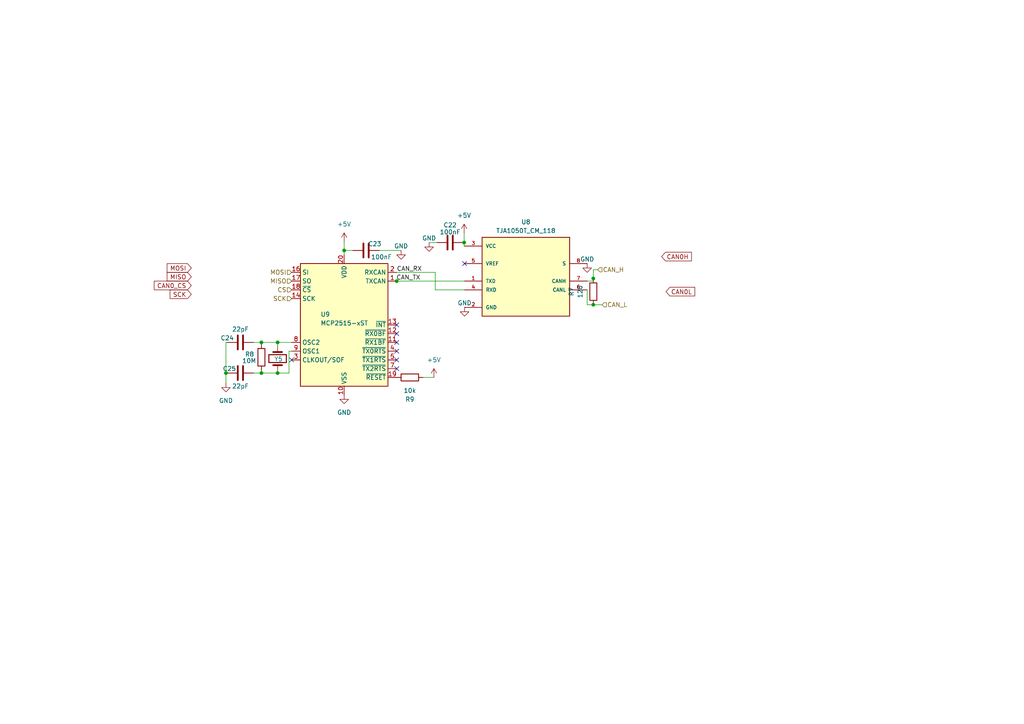
<source format=kicad_sch>
(kicad_sch (version 20230121) (generator eeschema)
  (paper "A4")
  (lib_symbols
    (symbol "Device:C" (pin_numbers hide) (pin_names (offset 0.254))
      (property "Reference" "C" (at 0.635 2.54 0))
      (property "Value" "C" (at 0.635 -2.54 0))
      (symbol "C_0_1"
        (polyline (pts (xy -2.032 -0.762) (xy 2.032 -0.762)) (stroke (width 0.508)))
        (polyline (pts (xy -2.032 0.762) (xy 2.032 0.762)) (stroke (width 0.508)))
      )
      (symbol "C_1_1"
        (pin passive line (at 0 3.81 270) (length 2.794) (name "~") (number "1"))
        (pin passive line (at 0 -3.81 90) (length 2.794) (name "~") (number "2"))
      )
    )
    (symbol "Device:Crystal" (pin_numbers hide) (pin_names (offset 1.016) hide)
      (property "Reference" "Y" (at 0 3.81 0))
      (property "Value" "Crystal" (at 0 -3.81 0))
      (symbol "Crystal_0_1"
        (rectangle (start -1.143 2.54) (end 1.143 -2.54) (stroke (width 0.3048)))
        (polyline (pts (xy -2.54 0) (xy -1.905 0)))
        (polyline (pts (xy -1.905 -1.27) (xy -1.905 1.27)) (stroke (width 0.508)))
        (polyline (pts (xy 1.905 -1.27) (xy 1.905 1.27)) (stroke (width 0.508)))
        (polyline (pts (xy 2.54 0) (xy 1.905 0)))
      )
      (symbol "Crystal_1_1"
        (pin passive line (at -3.81 0 0) (length 1.27) (name "1") (number "1"))
        (pin passive line (at 3.81 0 180) (length 1.27) (name "2") (number "2"))
      )
    )
    (symbol "Device:R" (pin_numbers hide) (pin_names (offset 0))
      (property "Reference" "R" (at 2.032 0 90))
      (property "Value" "R" (at 0 0 90))
      (symbol "R_0_1"
        (rectangle (start -1.016 -2.54) (end 1.016 2.54) (stroke (width 0.254)))
      )
      (symbol "R_1_1"
        (pin passive line (at 0 3.81 270) (length 1.27) (name "~") (number "1"))
        (pin passive line (at 0 -3.81 90) (length 1.27) (name "~") (number "2"))
      )
    )
    (symbol "Interface_CAN_LIN:MCP2515-xST"
      (property "Reference" "U" (at -10.16 19.685 0))
      (property "Value" "MCP2515-xST" (at 19.05 20.32 0))
      (symbol "MCP2515-xST_0_1"
        (rectangle (start -12.7 17.78) (end 12.7 -17.78) (stroke (width 0.254)) (fill (type background)))
      )
      (symbol "MCP2515-xST_1_1"
        (pin output line (at 15.24 12.7 180) (length 2.54) (name "TXCAN") (number "1"))
        (pin power_in line (at 0 -20.32 90) (length 2.54) (name "VSS") (number "10"))
        (pin output line (at 15.24 -5.08 180) (length 2.54) (name "~{RX1BF}") (number "11"))
        (pin output line (at 15.24 -2.54 180) (length 2.54) (name "~{RX0BF}") (number "12"))
        (pin output line (at 15.24 0 180) (length 2.54) (name "~{INT}") (number "13"))
        (pin input line (at -15.24 7.62 0) (length 2.54) (name "SCK") (number "14"))
        (pin no_connect line (at -12.7 -2.54 0) (length 2.54) hide (name "NC") (number "15"))
        (pin input line (at -15.24 15.24 0) (length 2.54) (name "SI") (number "16"))
        (pin output line (at -15.24 12.7 0) (length 2.54) (name "SO") (number "17"))
        (pin input line (at -15.24 10.16 0) (length 2.54) (name "~{CS}") (number "18"))
        (pin input line (at 15.24 -15.24 180) (length 2.54) (name "~{RESET}") (number "19"))
        (pin input line (at 15.24 15.24 180) (length 2.54) (name "RXCAN") (number "2"))
        (pin power_in line (at 0 20.32 270) (length 2.54) (name "VDD") (number "20"))
        (pin output line (at -15.24 -10.16 0) (length 2.54) (name "CLKOUT/SOF") (number "3"))
        (pin input line (at 15.24 -7.62 180) (length 2.54) (name "~{TX0RTS}") (number "4"))
        (pin input line (at 15.24 -10.16 180) (length 2.54) (name "~{TX1RTS}") (number "5"))
        (pin no_connect line (at -12.7 0 0) (length 2.54) hide (name "NC") (number "6"))
        (pin input line (at 15.24 -12.7 180) (length 2.54) (name "~{TX2RTS}") (number "7"))
        (pin output line (at -15.24 -5.08 0) (length 2.54) (name "OSC2") (number "8"))
        (pin input line (at -15.24 -7.62 0) (length 2.54) (name "OSC1") (number "9"))
      )
    )
    (symbol "TJA1050T_CM_118:TJA1050T_CM_118" (pin_names (offset 1.016))
      (property "Reference" "U" (at -12.7 11.049 0))
      (property "Value" "TJA1050T_CM_118" (at -12.7 -15.24 0))
      (symbol "TJA1050T_CM_118_0_0"
        (rectangle (start -12.7 -12.7) (end 12.7 10.16) (stroke (width 0.254)) (fill (type background)))
        (pin input line (at 17.78 -2.54 180) (length 5.08) (name "TXD") (number "1"))
        (pin power_in line (at 17.78 -10.16 180) (length 5.08) (name "GND") (number "2"))
        (pin power_in line (at 17.78 7.62 180) (length 5.08) (name "VCC") (number "3"))
        (pin output line (at 17.78 -5.08 180) (length 5.08) (name "RXD") (number "4"))
        (pin output line (at 17.78 2.54 180) (length 5.08) (name "VREF") (number "5"))
        (pin bidirectional line (at -17.78 -5.08 0) (length 5.08) (name "CANL") (number "6"))
        (pin bidirectional line (at -17.78 -2.54 0) (length 5.08) (name "CANH") (number "7"))
        (pin input line (at -17.78 2.54 0) (length 5.08) (name "S") (number "8"))
      )
    )
    (symbol "power:+5V" (power) (pin_names (offset 0))
      (property "Value" "+5V" (at 0 3.556 0))
      (symbol "+5V_0_1"
        (polyline (pts (xy -0.762 1.27) (xy 0 2.54)))
        (polyline (pts (xy 0 0) (xy 0 2.54)))
        (polyline (pts (xy 0 2.54) (xy 0.762 1.27)))
      )
      (symbol "+5V_1_1"
        (pin power_in line (at 0 0 90) (length 0) hide (name "+5V") (number "1"))
      )
    )
    (symbol "power:GND" (power) (pin_names (offset 0))
      (property "Value" "GND" (at 0 -3.81 0))
      (symbol "GND_0_1"
        (polyline (pts (xy 0 0) (xy 0 -1.27) (xy 1.27 -1.27) (xy 0 -2.54) (xy -1.27 -1.27) (xy 0 -1.27)))
      )
      (symbol "GND_1_1"
        (pin power_in line (at 0 0 270) (length 0) hide (name "GND") (number "1"))
      )
    )
  )
  (junction (at 65.532 108.204))
  (junction (at 115.062 81.534))
  (junction (at 80.518 108.204))
  (junction (at 75.819 99.314))
  (junction (at 172.085 80.772))
  (junction (at 80.518 99.314))
  (junction (at 172.085 88.392))
  (junction (at 134.62 70.358))
  (junction (at 75.819 108.204))
  (junction (at 99.822 72.644))
  (no_connect (at 115.062 96.774))
  (no_connect (at 115.062 104.394))
  (no_connect (at 115.062 106.934))
  (no_connect (at 115.062 99.314))
  (no_connect (at 84.582 104.394))
  (no_connect (at 134.747 76.454))
  (no_connect (at 115.062 94.234))
  (no_connect (at 115.062 101.854))
  (wire (pts (xy 126.238 84.074) (xy 134.747 84.074)))
  (wire (pts (xy 83.82 101.854) (xy 84.582 101.854)))
  (wire (pts (xy 73.533 108.204) (xy 75.819 108.204)))
  (wire (pts (xy 172.085 81.534) (xy 172.085 80.772)))
  (wire (pts (xy 80.518 108.204) (xy 83.82 108.204)))
  (wire (pts (xy 174.625 88.392) (xy 172.085 88.392)))
  (wire (pts (xy 170.307 88.392) (xy 170.307 84.074)))
  (wire (pts (xy 134.62 71.374) (xy 134.747 71.374)))
  (wire (pts (xy 65.532 99.314) (xy 65.913 99.314)))
  (wire (pts (xy 73.533 99.314) (xy 75.819 99.314)))
  (wire (pts (xy 65.532 108.204) (xy 65.532 111.125)))
  (wire (pts (xy 99.822 70.104) (xy 99.822 72.644)))
  (wire (pts (xy 75.819 107.442) (xy 75.819 108.204)))
  (wire (pts (xy 80.518 107.823) (xy 80.518 108.204)))
  (wire (pts (xy 126.746 70.358) (xy 124.46 70.358)))
  (wire (pts (xy 80.518 99.314) (xy 84.582 99.314)))
  (wire (pts (xy 134.62 70.358) (xy 134.62 71.374)))
  (wire (pts (xy 65.532 99.314) (xy 65.532 108.204)))
  (wire (pts (xy 102.362 72.644) (xy 99.822 72.644)))
  (wire (pts (xy 126.238 84.074) (xy 126.238 78.994)))
  (wire (pts (xy 134.366 70.358) (xy 134.62 70.358)))
  (wire (pts (xy 75.819 99.314) (xy 75.819 99.822)))
  (wire (pts (xy 173.355 78.232) (xy 172.085 78.232)))
  (wire (pts (xy 172.085 88.392) (xy 170.307 88.392)))
  (wire (pts (xy 109.982 72.644) (xy 116.332 72.644)))
  (wire (pts (xy 115.062 81.534) (xy 134.747 81.534)))
  (wire (pts (xy 99.822 72.644) (xy 99.822 73.914)))
  (wire (pts (xy 75.819 99.314) (xy 80.518 99.314)))
  (wire (pts (xy 65.913 108.204) (xy 65.532 108.204)))
  (wire (pts (xy 122.682 109.474) (xy 125.857 109.474)))
  (wire (pts (xy 115.062 78.994) (xy 126.238 78.994)))
  (wire (pts (xy 80.518 99.314) (xy 80.518 100.203)))
  (wire (pts (xy 114.935 81.534) (xy 115.062 81.534)))
  (wire (pts (xy 75.819 108.204) (xy 80.518 108.204)))
  (wire (pts (xy 134.62 67.564) (xy 134.62 70.358)))
  (wire (pts (xy 83.82 108.204) (xy 83.82 101.854)))
  (wire (pts (xy 172.085 78.232) (xy 172.085 80.772)))
  (wire (pts (xy 172.085 81.534) (xy 170.307 81.534)))
  (label "CAN_TX" (at 114.935 81.534 0))
  (label "CAN_RX" (at 115.062 78.994 0))
  (global_label "CAN0L" (shape input) (at 193.167 84.582 0) (property "Intersheetrefs" "${INTERSHEET_REFS}" (effects hide)))
  (global_label "SCK" (shape input) (at 55.499 85.344 180) (property "Intersheetrefs" "${INTERSHEET_REFS}" (effects hide)))
  (global_label "CAN0H" (shape input) (at 191.897 74.422 0) (property "Intersheetrefs" "${INTERSHEET_REFS}" (effects hide)))
  (global_label "MISO" (shape input) (at 55.499 80.264 180) (property "Intersheetrefs" "${INTERSHEET_REFS}" (effects hide)))
  (global_label "MOSI" (shape input) (at 55.499 77.724 180) (property "Intersheetrefs" "${INTERSHEET_REFS}" (effects hide)))
  (global_label "CAN0_CS" (shape input) (at 55.499 82.804 180) (property "Intersheetrefs" "${INTERSHEET_REFS}" (effects hide)))
  (hierarchical_label "CAN_H" (shape input) (at 173.355 78.232 0))
  (hierarchical_label "CAN_L" (shape input) (at 174.625 88.392 0))
  (hierarchical_label "MOSI" (shape input) (at 84.582 78.994 180))
  (hierarchical_label "MISO" (shape input) (at 84.582 81.534 180))
  (hierarchical_label "CS" (shape input) (at 84.582 84.074 180))
  (hierarchical_label "SCK" (shape input) (at 84.582 86.614 180))
  (symbol (lib_id "power:GND") (at 134.747 89.154 0) (mirror y) (unit 1)
    (property "Reference" "#PWR068" (effects hide))
    (property "Value" "GND" (at 134.747 87.884 0))
    (instances (project "328_3ch_can_devboard" (path "" (reference "#PWR068") (unit 1)) (path "" (reference "#PWR014") (unit 1)) (path "" (reference "#PWR041") (unit 1))))
  )
  (symbol (lib_id "power:+5V") (at 125.857 109.474 0) (unit 1)
    (property "Reference" "#PWR069" (effects hide))
    (property "Value" "+5V" (at 125.857 104.394 0))
    (instances (project "328_3ch_can_devboard" (path "" (reference "#PWR069") (unit 1)) (path "" (reference "#PWR015") (unit 1)) (path "" (reference "#PWR042") (unit 1))))
  )
  (symbol (lib_id "Interface_CAN_LIN:MCP2515-xST") (at 99.822 94.234 0) (unit 1)
    (property "Reference" "U9" (at 92.964 91.186 0) (effects (justify left)))
    (property "Value" "MCP2515-xST" (at 92.964 93.726 0) (effects (justify left)))
    (property "Footprint" "RMC_SO:TSSOP-20_4.4x6.5mm_P0.65mm" (effects hide))
    (property "Datasheet" "http://ww1.microchip.com/downloads/en/DeviceDoc/21801e.pdf" (effects hide))
    (instances (project "328_3ch_can_devboard" (path "" (reference "U9") (unit 1)) (path "" (reference "U3") (unit 1)) (path "" (reference "U5") (unit 1))))
  )
  (symbol (lib_id "Device:R") (at 172.085 84.582 0) (mirror y) (unit 1)
    (property "Reference" "R7" (at 165.735 84.582 90))
    (property "Value" "120" (at 168.275 84.582 90))
    (property "Footprint" "Better_Handsolder:R_0805_2012Metric_Pad1.20x1.40mm_HandSolder_L" (effects hide))
    (instances (project "328_3ch_can_devboard" (path "" (reference "R7") (unit 1)) (path "" (reference "R2") (unit 1)) (path "" (reference "R11") (unit 1))))
  )
  (symbol (lib_id "Device:C") (at 69.723 108.204 90) (mirror x) (unit 1)
    (property "Reference" "C25" (at 66.548 106.934 90))
    (property "Value" "22pF" (at 69.723 112.014 90))
    (property "Footprint" "Better_Handsolder:C_0805_2012Metric_Pad1.18x1.45mm_HandSolder_L" (effects hide))
    (instances (project "328_3ch_can_devboard" (path "" (reference "C25") (unit 1)) (path "" (reference "C6") (unit 1)) (path "" (reference "C17") (unit 1))))
  )
  (symbol (lib_id "power:GND") (at 116.332 72.644 0) (unit 1)
    (property "Reference" "#PWR066" (effects hide))
    (property "Value" "GND" (at 116.332 71.374 0))
    (instances (project "328_3ch_can_devboard" (path "" (reference "#PWR066") (unit 1)) (path "" (reference "#PWR011") (unit 1)) (path "" (reference "#PWR039") (unit 1))))
  )
  (symbol (lib_id "Device:C") (at 130.556 70.358 90) (mirror x) (unit 1)
    (property "Reference" "C22" (at 130.556 65.278 90))
    (property "Value" "100nF" (at 130.556 67.31 90))
    (property "Footprint" "Better_Handsolder:C_0805_2012Metric_Pad1.18x1.45mm_HandSolder_L" (effects hide))
    (instances (project "328_3ch_can_devboard" (path "" (reference "C22") (unit 1)) (path "" (reference "C2") (unit 1)) (path "" (reference "C14") (unit 1))))
  )
  (symbol (lib_id "Device:C") (at 106.172 72.644 270) (unit 1)
    (property "Reference" "C23" (at 108.712 70.739 90))
    (property "Value" "100nF" (at 110.617 74.549 90))
    (property "Footprint" "Better_Handsolder:C_0805_2012Metric_Pad1.18x1.45mm_HandSolder_L" (effects hide))
    (instances (project "328_3ch_can_devboard" (path "" (reference "C23") (unit 1)) (path "" (reference "C3") (unit 1)) (path "" (reference "C15") (unit 1))))
  )
  (symbol (lib_id "Device:Crystal") (at 80.518 104.013 90) (unit 1)
    (property "Reference" "Y5" (at 79.502 104.14 90) (effects (justify right)))
    (property "Value" "20MHz" (effects hide))
    (property "Footprint" "Better_Handsolder:Crystal_HC49-U_Vertical_W_SMD" (effects hide))
    (instances (project "328_3ch_can_devboard" (path "" (reference "Y5") (unit 1)) (path "" (reference "Y1") (unit 1)) (path "" (reference "Y3") (unit 1))))
  )
  (symbol (lib_id "power:+5V") (at 99.822 70.104 0) (unit 1)
    (property "Reference" "#PWR064" (effects hide))
    (property "Value" "+5V" (at 99.822 65.024 0))
    (instances (project "328_3ch_can_devboard" (path "" (reference "#PWR064") (unit 1)) (path "" (reference "#PWR07") (unit 1)) (path "" (reference "#PWR037") (unit 1))))
  )
  (symbol (lib_id "power:GND") (at 65.532 111.125 0) (unit 1)
    (property "Reference" "#PWR070" (effects hide))
    (property "Value" "GND" (at 65.532 116.205 0))
    (instances (project "328_3ch_can_devboard" (path "" (reference "#PWR070") (unit 1)) (path "" (reference "#PWR016") (unit 1)) (path "" (reference "#PWR043") (unit 1))))
  )
  (symbol (lib_id "Device:C") (at 69.723 99.314 90) (unit 1)
    (property "Reference" "C24" (at 65.913 98.044 90))
    (property "Value" "22pF" (at 69.723 95.504 90))
    (property "Footprint" "Better_Handsolder:C_0805_2012Metric_Pad1.18x1.45mm_HandSolder_L" (effects hide))
    (instances (project "328_3ch_can_devboard" (path "" (reference "C24") (unit 1)) (path "" (reference "C4") (unit 1)) (path "" (reference "C16") (unit 1))))
  )
  (symbol (lib_id "power:GND") (at 170.307 76.454 0) (mirror y) (unit 1)
    (property "Reference" "#PWR067" (effects hide))
    (property "Value" "GND" (at 170.307 75.184 0))
    (instances (project "328_3ch_can_devboard" (path "" (reference "#PWR067") (unit 1)) (path "" (reference "#PWR013") (unit 1)) (path "" (reference "#PWR040") (unit 1))))
  )
  (symbol (lib_id "power:+5V") (at 134.62 67.564 0) (mirror y) (unit 1)
    (property "Reference" "#PWR063" (effects hide))
    (property "Value" "+5V" (at 134.62 62.484 0))
    (instances (project "328_3ch_can_devboard" (path "" (reference "#PWR063") (unit 1)) (path "" (reference "#PWR01") (unit 1)) (path "" (reference "#PWR036") (unit 1))))
  )
  (symbol (lib_id "Device:R") (at 75.819 103.632 180) (unit 1)
    (property "Reference" "R8" (at 72.39 102.743 0))
    (property "Value" "10M" (at 72.263 104.648 0))
    (property "Footprint" "Better_Handsolder:R_0805_2012Metric_Pad1.20x1.40mm_HandSolder_L" (effects hide))
    (instances (project "328_3ch_can_devboard" (path "" (reference "R8") (unit 1)) (path "" (reference "R4") (unit 1)) (path "" (reference "R12") (unit 1))))
  )
  (symbol (lib_id "Device:R") (at 118.872 109.474 90) (mirror x) (unit 1)
    (property "Reference" "R9" (at 118.872 115.824 90))
    (property "Value" "10k" (at 118.872 113.284 90))
    (property "Footprint" "Better_Handsolder:R_0805_2012Metric_Pad1.20x1.40mm_HandSolder_L" (effects hide))
    (instances (project "328_3ch_can_devboard" (path "" (reference "R9") (unit 1)) (path "" (reference "R10") (unit 1)) (path "" (reference "R19") (unit 1))))
  )
  (symbol (lib_id "power:GND") (at 99.822 114.554 0) (unit 1)
    (property "Reference" "#PWR071" (effects hide))
    (property "Value" "GND" (at 99.822 119.634 0))
    (instances (project "328_3ch_can_devboard" (path "" (reference "#PWR071") (unit 1)) (path "" (reference "#PWR026") (unit 1)) (path "" (reference "#PWR044") (unit 1))))
  )
  (symbol (lib_id "power:GND") (at 124.46 70.358 0) (mirror y) (unit 1)
    (property "Reference" "#PWR065" (effects hide))
    (property "Value" "GND" (at 124.46 69.088 0))
    (instances (project "328_3ch_can_devboard" (path "" (reference "#PWR065") (unit 1)) (path "" (reference "#PWR08") (unit 1)) (path "" (reference "#PWR038") (unit 1))))
  )
  (symbol (lib_id "TJA1050T_CM_118:TJA1050T_CM_118") (at 152.527 78.994 0) (mirror y) (unit 1)
    (property "Reference" "U8" (at 152.527 64.389 0))
    (property "Value" "TJA1050T_CM_118" (at 152.527 66.929 0))
    (property "Footprint" "TJA1050T_CM_118:SOIC127P600X175-8N" (effects hide))
    (property "MF" "NXP USA" (effects hide))
    (property "MAXIMUM_PACKAGE_HEIGHT" "1.75 mm" (effects hide))
    (property "Package" "SO-8 NXP Semiconductors" (effects hide))
    (property "Price" "None" (effects hide))
    (property "Check_prices" "https://www.snapeda.com/parts/TJA1050T/CM,118/NXP+USA+Inc./view-part/?ref=eda" (effects hide))
    (property "STANDARD" "IPC 7351B" (effects hide))
    (property "PARTREV" "4" (effects hide))
    (property "SnapEDA_Link" "https://www.snapeda.com/parts/TJA1050T/CM,118/NXP+USA+Inc./view-part/?ref=snap" (effects hide))
    (property "MP" "TJA1050T/CM,118" (effects hide))
    (property "Purchase-URL" "https://www.snapeda.com/api/url_track_click_mouser/?unipart_id=304529&manufacturer=NXP USA&part_name=TJA1050T/CM,118&search_term=tja1050" (effects hide))
    (property "Description" "\n1/1 Transceiver Half CANbus 8-SO\n" (effects hide))
    (property "Availability" "In Stock" (effects hide))
    (property "MANUFACTURER" "NXP USA" (effects hide))
    (instances (project "328_3ch_can_devboard" (path "" (reference "U8") (unit 1)) (path "" (reference "U2") (unit 1)) (path "" (reference "U4") (unit 1))))
  )
)
</source>
